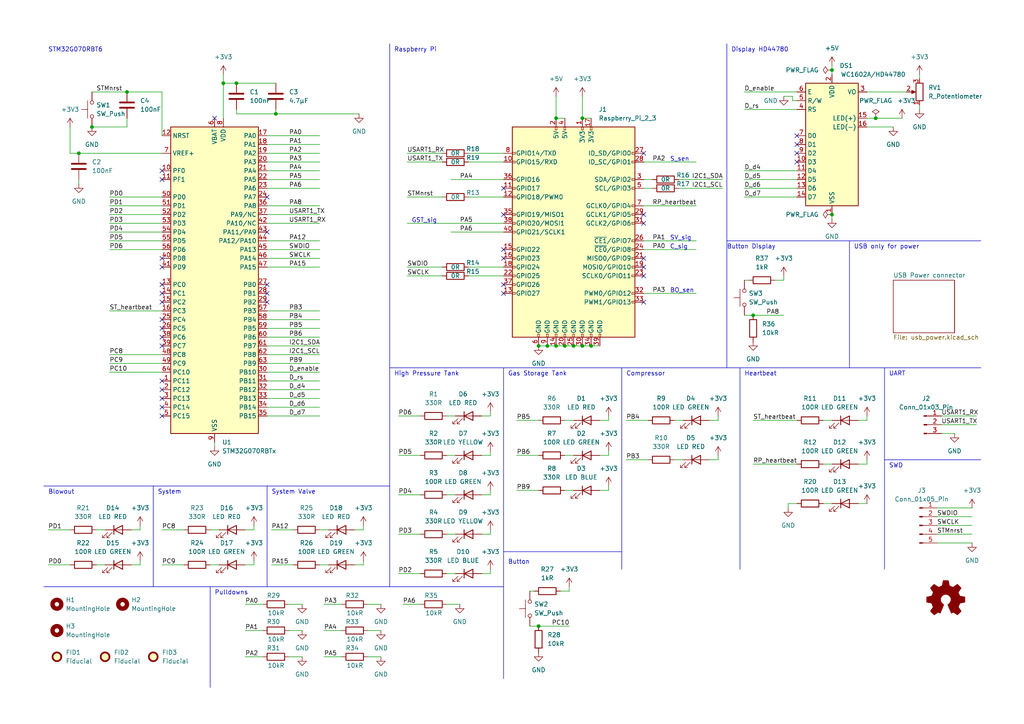
<source format=kicad_sch>
(kicad_sch (version 20231120) (generator "eeschema") (generator_version "8.0")
  (paper "A4")
  (junction (at 158.75 100.33))
  (junction (at 168.91 100.33))
  (junction (at 171.45 100.33))
  (junction (at 168.91 34.29))
  (junction (at 241.3 20.32))
  (junction (at 254 34.29))
  (junction (at 156.21 100.33))
  (junction (at 161.29 34.29))
  (junction (at 166.37 100.33))
  (junction (at 22.86 44.45))
  (junction (at 241.3 62.23))
  (junction (at 64.77 24.13))
  (junction (at 218.44 91.44))
  (junction (at 156.21 181.61))
  (junction (at 161.29 100.33))
  (junction (at 26.67 36.83))
  (junction (at 163.83 100.33))
  (junction (at 36.83 26.67))
  (junction (at 80.01 33.02))
  (junction (at 68.58 24.13))
  (no_connect (at 146.05 85.09))
  (no_connect (at 231.14 41.91))
  (no_connect (at 77.47 57.15))
  (no_connect (at 77.47 87.63))
  (no_connect (at 46.99 52.07))
  (no_connect (at 77.47 85.09))
  (no_connect (at 186.69 87.63))
  (no_connect (at 46.99 97.79))
  (no_connect (at 46.99 85.09))
  (no_connect (at 46.99 95.25))
  (no_connect (at 46.99 115.57))
  (no_connect (at 186.69 62.23))
  (no_connect (at 77.47 82.55))
  (no_connect (at 46.99 92.71))
  (no_connect (at 46.99 77.47))
  (no_connect (at 46.99 100.33))
  (no_connect (at 46.99 49.53))
  (no_connect (at 146.05 54.61))
  (no_connect (at 186.69 64.77))
  (no_connect (at 146.05 82.55))
  (no_connect (at 46.99 82.55))
  (no_connect (at 231.14 44.45))
  (no_connect (at 231.14 46.99))
  (no_connect (at 46.99 118.11))
  (no_connect (at 186.69 44.45))
  (no_connect (at 231.14 39.37))
  (no_connect (at 46.99 113.03))
  (no_connect (at 77.47 67.31))
  (no_connect (at 46.99 87.63))
  (no_connect (at 62.23 34.29))
  (no_connect (at 146.05 72.39))
  (no_connect (at 146.05 74.93))
  (no_connect (at 46.99 120.65))
  (no_connect (at 46.99 110.49))
  (no_connect (at 146.05 62.23))
  (no_connect (at 186.69 80.01))
  (no_connect (at 186.69 77.47))
  (no_connect (at 46.99 74.93))
  (no_connect (at 186.69 74.93))
  (wire (pts (xy 142.24 143.51) (xy 139.7 143.51)))
  (wire (pts (xy 118.11 57.15) (xy 128.27 57.15)))
  (wire (pts (xy 130.81 67.31) (xy 146.05 67.31)))
  (wire (pts (xy 129.54 154.94) (xy 132.08 154.94)))
  (wire (pts (xy 77.47 52.07) (xy 92.71 52.07)))
  (wire (pts (xy 77.47 54.61) (xy 92.71 54.61)))
  (wire (pts (xy 118.11 44.45) (xy 128.27 44.45)))
  (wire (pts (xy 77.47 39.37) (xy 92.71 39.37)))
  (wire (pts (xy 68.58 33.02) (xy 68.58 31.75)))
  (wire (pts (xy 46.99 153.67) (xy 53.34 153.67)))
  (wire (pts (xy 78.74 163.83) (xy 85.09 163.83)))
  (wire (pts (xy 83.82 190.5) (xy 87.63 190.5)))
  (wire (pts (xy 186.69 52.07) (xy 189.23 52.07)))
  (wire (pts (xy 142.24 153.67) (xy 142.24 154.94)))
  (wire (pts (xy 20.32 44.45) (xy 20.32 36.83)))
  (wire (pts (xy 80.01 33.02) (xy 68.58 33.02)))
  (wire (pts (xy 165.1 171.45) (xy 165.1 170.18)))
  (wire (pts (xy 92.71 163.83) (xy 95.25 163.83)))
  (wire (pts (xy 105.41 162.56) (xy 105.41 163.83)))
  (wire (pts (xy 115.57 120.65) (xy 121.92 120.65)))
  (wire (pts (xy 31.75 62.23) (xy 46.99 62.23)))
  (wire (pts (xy 93.98 190.5) (xy 99.06 190.5)))
  (wire (pts (xy 273.05 123.19) (xy 283.21 123.19)))
  (wire (pts (xy 71.12 190.5) (xy 76.2 190.5)))
  (wire (pts (xy 142.24 165.1) (xy 142.24 166.37)))
  (wire (pts (xy 195.58 133.35) (xy 198.12 133.35)))
  (wire (pts (xy 73.66 162.56) (xy 73.66 163.83)))
  (wire (pts (xy 168.91 100.33) (xy 171.45 100.33)))
  (polyline (pts (xy 210.82 69.85) (xy 284.48 69.85)))
  (wire (pts (xy 77.47 44.45) (xy 92.71 44.45)))
  (wire (pts (xy 153.67 181.61) (xy 156.21 181.61)))
  (wire (pts (xy 186.69 46.99) (xy 201.93 46.99)))
  (polyline (pts (xy 146.05 106.68) (xy 146.05 196.85)))
  (polyline (pts (xy 77.47 140.97) (xy 77.47 170.18)))
  (polyline (pts (xy 256.54 133.35) (xy 284.48 133.35)))
  (wire (pts (xy 40.64 163.83) (xy 38.1 163.83)))
  (wire (pts (xy 215.9 49.53) (xy 231.14 49.53)))
  (polyline (pts (xy 113.03 12.7) (xy 113.03 140.97)))
  (wire (pts (xy 251.46 133.35) (xy 251.46 134.62)))
  (polyline (pts (xy 113.03 140.97) (xy 113.03 170.18)))
  (wire (pts (xy 238.76 121.92) (xy 241.3 121.92)))
  (wire (pts (xy 142.24 132.08) (xy 139.7 132.08)))
  (wire (pts (xy 271.78 154.94) (xy 281.94 154.94)))
  (wire (pts (xy 36.83 36.83) (xy 36.83 34.29)))
  (wire (pts (xy 176.53 120.65) (xy 176.53 121.92)))
  (wire (pts (xy 77.47 120.65) (xy 92.71 120.65)))
  (wire (pts (xy 208.28 120.65) (xy 208.28 121.92)))
  (wire (pts (xy 83.82 175.26) (xy 87.63 175.26)))
  (wire (pts (xy 142.24 154.94) (xy 139.7 154.94)))
  (wire (pts (xy 77.47 118.11) (xy 92.71 118.11)))
  (wire (pts (xy 176.53 132.08) (xy 173.99 132.08)))
  (wire (pts (xy 129.54 175.26) (xy 133.35 175.26)))
  (wire (pts (xy 77.47 115.57) (xy 92.71 115.57)))
  (wire (pts (xy 163.83 132.08) (xy 166.37 132.08)))
  (wire (pts (xy 71.12 182.88) (xy 76.2 182.88)))
  (wire (pts (xy 77.47 72.39) (xy 92.71 72.39)))
  (wire (pts (xy 241.3 62.23) (xy 241.3 63.5)))
  (wire (pts (xy 251.46 120.65) (xy 251.46 121.92)))
  (wire (pts (xy 229.87 27.94) (xy 229.87 29.21)))
  (wire (pts (xy 142.24 166.37) (xy 139.7 166.37)))
  (wire (pts (xy 218.44 91.44) (xy 227.33 91.44)))
  (wire (pts (xy 40.64 153.67) (xy 38.1 153.67)))
  (wire (pts (xy 149.86 132.08) (xy 156.21 132.08)))
  (wire (pts (xy 105.41 163.83) (xy 102.87 163.83)))
  (wire (pts (xy 27.94 153.67) (xy 30.48 153.67)))
  (wire (pts (xy 163.83 100.33) (xy 166.37 100.33)))
  (wire (pts (xy 78.74 153.67) (xy 85.09 153.67)))
  (wire (pts (xy 115.57 132.08) (xy 121.92 132.08)))
  (wire (pts (xy 46.99 163.83) (xy 53.34 163.83)))
  (wire (pts (xy 251.46 121.92) (xy 248.92 121.92)))
  (wire (pts (xy 251.46 36.83) (xy 259.08 36.83)))
  (wire (pts (xy 186.69 54.61) (xy 189.23 54.61)))
  (wire (pts (xy 271.78 147.32) (xy 281.94 147.32)))
  (wire (pts (xy 271.78 157.48) (xy 281.94 157.48)))
  (wire (pts (xy 104.14 33.02) (xy 80.01 33.02)))
  (polyline (pts (xy 180.34 106.68) (xy 180.34 165.1)))
  (wire (pts (xy 186.69 69.85) (xy 201.93 69.85)))
  (wire (pts (xy 68.58 24.13) (xy 64.77 24.13)))
  (polyline (pts (xy 60.96 170.18) (xy 60.96 199.39)))
  (wire (pts (xy 208.28 121.92) (xy 205.74 121.92)))
  (wire (pts (xy 251.46 134.62) (xy 248.92 134.62)))
  (wire (pts (xy 156.21 181.61) (xy 165.1 181.61)))
  (wire (pts (xy 271.78 149.86) (xy 281.94 149.86)))
  (wire (pts (xy 171.45 100.33) (xy 173.99 100.33)))
  (wire (pts (xy 196.85 54.61) (xy 209.55 54.61)))
  (wire (pts (xy 149.86 142.24) (xy 156.21 142.24)))
  (wire (pts (xy 31.75 57.15) (xy 46.99 57.15)))
  (wire (pts (xy 208.28 132.08) (xy 208.28 133.35)))
  (wire (pts (xy 115.57 143.51) (xy 121.92 143.51)))
  (wire (pts (xy 135.89 77.47) (xy 146.05 77.47)))
  (wire (pts (xy 115.57 154.94) (xy 121.92 154.94)))
  (wire (pts (xy 26.67 36.83) (xy 36.83 36.83)))
  (wire (pts (xy 83.82 182.88) (xy 87.63 182.88)))
  (wire (pts (xy 135.89 80.01) (xy 146.05 80.01)))
  (wire (pts (xy 186.69 85.09) (xy 201.93 85.09)))
  (wire (pts (xy 77.47 46.99) (xy 92.71 46.99)))
  (wire (pts (xy 215.9 52.07) (xy 231.14 52.07)))
  (wire (pts (xy 105.41 153.67) (xy 102.87 153.67)))
  (wire (pts (xy 31.75 90.17) (xy 46.99 90.17)))
  (wire (pts (xy 229.87 29.21) (xy 231.14 29.21)))
  (wire (pts (xy 106.68 182.88) (xy 110.49 182.88)))
  (wire (pts (xy 77.47 100.33) (xy 92.71 100.33)))
  (wire (pts (xy 266.7 21.59) (xy 266.7 22.86)))
  (wire (pts (xy 196.85 52.07) (xy 209.55 52.07)))
  (wire (pts (xy 217.17 81.28) (xy 215.9 81.28)))
  (wire (pts (xy 73.66 152.4) (xy 73.66 153.67)))
  (wire (pts (xy 64.77 24.13) (xy 64.77 34.29)))
  (wire (pts (xy 77.47 102.87) (xy 92.71 102.87)))
  (wire (pts (xy 60.96 153.67) (xy 63.5 153.67)))
  (polyline (pts (xy 146.05 160.02) (xy 180.34 160.02)))
  (wire (pts (xy 271.78 152.4) (xy 281.94 152.4)))
  (polyline (pts (xy 214.63 106.68) (xy 214.63 165.1)))
  (wire (pts (xy 77.47 59.69) (xy 92.71 59.69)))
  (wire (pts (xy 163.83 142.24) (xy 166.37 142.24)))
  (wire (pts (xy 208.28 133.35) (xy 205.74 133.35)))
  (wire (pts (xy 142.24 119.38) (xy 142.24 120.65)))
  (wire (pts (xy 238.76 134.62) (xy 241.3 134.62)))
  (polyline (pts (xy 12.7 170.18) (xy 146.05 170.18)))
  (wire (pts (xy 77.47 69.85) (xy 92.71 69.85)))
  (wire (pts (xy 31.75 59.69) (xy 46.99 59.69)))
  (wire (pts (xy 64.77 24.13) (xy 64.77 21.59)))
  (wire (pts (xy 168.91 27.94) (xy 168.91 34.29)))
  (wire (pts (xy 248.92 146.05) (xy 251.46 146.05)))
  (wire (pts (xy 31.75 105.41) (xy 46.99 105.41)))
  (wire (pts (xy 77.47 92.71) (xy 92.71 92.71)))
  (wire (pts (xy 13.97 153.67) (xy 20.32 153.67)))
  (wire (pts (xy 135.89 44.45) (xy 146.05 44.45)))
  (wire (pts (xy 186.69 72.39) (xy 201.93 72.39)))
  (wire (pts (xy 215.9 57.15) (xy 231.14 57.15)))
  (wire (pts (xy 31.75 72.39) (xy 46.99 72.39)))
  (wire (pts (xy 77.47 105.41) (xy 92.71 105.41)))
  (wire (pts (xy 227.33 27.94) (xy 229.87 27.94)))
  (wire (pts (xy 161.29 100.33) (xy 163.83 100.33)))
  (wire (pts (xy 115.57 166.37) (xy 121.92 166.37)))
  (wire (pts (xy 218.44 134.62) (xy 231.14 134.62)))
  (wire (pts (xy 227.33 81.28) (xy 227.33 80.01)))
  (wire (pts (xy 106.68 190.5) (xy 110.49 190.5)))
  (wire (pts (xy 215.9 26.67) (xy 231.14 26.67)))
  (wire (pts (xy 77.47 95.25) (xy 92.71 95.25)))
  (wire (pts (xy 77.47 90.17) (xy 92.71 90.17)))
  (wire (pts (xy 77.47 41.91) (xy 92.71 41.91)))
  (wire (pts (xy 77.47 77.47) (xy 92.71 77.47)))
  (wire (pts (xy 77.47 64.77) (xy 92.71 64.77)))
  (wire (pts (xy 241.3 20.32) (xy 241.3 21.59)))
  (wire (pts (xy 77.47 49.53) (xy 92.71 49.53)))
  (polyline (pts (xy 113.03 106.68) (xy 284.48 106.68)))
  (wire (pts (xy 77.47 97.79) (xy 92.71 97.79)))
  (wire (pts (xy 71.12 175.26) (xy 76.2 175.26)))
  (wire (pts (xy 142.24 130.81) (xy 142.24 132.08)))
  (wire (pts (xy 46.99 39.37) (xy 46.99 26.67)))
  (wire (pts (xy 31.75 69.85) (xy 46.99 69.85)))
  (wire (pts (xy 166.37 100.33) (xy 168.91 100.33)))
  (wire (pts (xy 161.29 27.94) (xy 161.29 34.29)))
  (wire (pts (xy 92.71 153.67) (xy 95.25 153.67)))
  (wire (pts (xy 161.29 34.29) (xy 163.83 34.29)))
  (wire (pts (xy 251.46 34.29) (xy 254 34.29)))
  (wire (pts (xy 266.7 30.48) (xy 266.7 31.75)))
  (wire (pts (xy 215.9 54.61) (xy 231.14 54.61)))
  (polyline (pts (xy 44.45 140.97) (xy 44.45 170.18)))
  (wire (pts (xy 195.58 121.92) (xy 198.12 121.92)))
  (wire (pts (xy 73.66 163.83) (xy 71.12 163.83)))
  (wire (pts (xy 105.41 152.4) (xy 105.41 153.67)))
  (wire (pts (xy 176.53 130.81) (xy 176.53 132.08)))
  (wire (pts (xy 181.61 121.92) (xy 187.96 121.92)))
  (wire (pts (xy 118.11 64.77) (xy 146.05 64.77)))
  (wire (pts (xy 273.05 120.65) (xy 283.21 120.65)))
  (wire (pts (xy 118.11 80.01) (xy 128.27 80.01)))
  (wire (pts (xy 273.05 125.73) (xy 276.86 125.73)))
  (wire (pts (xy 251.46 26.67) (xy 262.89 26.67)))
  (wire (pts (xy 106.68 175.26) (xy 110.49 175.26)))
  (wire (pts (xy 80.01 31.75) (xy 80.01 33.02)))
  (wire (pts (xy 135.89 46.99) (xy 146.05 46.99)))
  (wire (pts (xy 215.9 91.44) (xy 218.44 91.44)))
  (wire (pts (xy 40.64 162.56) (xy 40.64 163.83)))
  (polyline (pts (xy 246.38 69.85) (xy 246.38 106.68)))
  (polyline (pts (xy 256.54 106.68) (xy 256.54 165.1)))
  (wire (pts (xy 36.83 26.67) (xy 46.99 26.67)))
  (wire (pts (xy 77.47 113.03) (xy 92.71 113.03)))
  (wire (pts (xy 163.83 121.92) (xy 166.37 121.92)))
  (wire (pts (xy 22.86 44.45) (xy 20.32 44.45)))
  (wire (pts (xy 31.75 67.31) (xy 46.99 67.31)))
  (wire (pts (xy 36.83 26.67) (xy 26.67 26.67)))
  (wire (pts (xy 142.24 120.65) (xy 139.7 120.65)))
  (wire (pts (xy 31.75 107.95) (xy 46.99 107.95)))
  (wire (pts (xy 116.84 175.26) (xy 121.92 175.26)))
  (wire (pts (xy 142.24 142.24) (xy 142.24 143.51)))
  (wire (pts (xy 27.94 163.83) (xy 30.48 163.83)))
  (wire (pts (xy 186.69 59.69) (xy 201.93 59.69)))
  (wire (pts (xy 168.91 34.29) (xy 171.45 34.29)))
  (wire (pts (xy 149.86 121.92) (xy 156.21 121.92)))
  (wire (pts (xy 158.75 100.33) (xy 161.29 100.33)))
  (wire (pts (xy 93.98 182.88) (xy 99.06 182.88)))
  (wire (pts (xy 156.21 100.33) (xy 158.75 100.33)))
  (wire (pts (xy 176.53 140.97) (xy 176.53 142.24)))
  (wire (pts (xy 60.96 163.83) (xy 63.5 163.83)))
  (wire (pts (xy 254 34.29) (xy 261.62 34.29)))
  (wire (pts (xy 77.47 62.23) (xy 92.71 62.23)))
  (wire (pts (xy 176.53 121.92) (xy 173.99 121.92)))
  (wire (pts (xy 129.54 132.08) (xy 132.08 132.08)))
  (wire (pts (xy 80.01 24.13) (xy 68.58 24.13)))
  (wire (pts (xy 22.86 52.07) (xy 22.86 53.34)))
  (wire (pts (xy 181.61 133.35) (xy 187.96 133.35)))
  (wire (pts (xy 130.81 52.07) (xy 146.05 52.07)))
  (wire (pts (xy 228.6 146.05) (xy 228.6 147.32)))
  (wire (pts (xy 22.86 44.45) (xy 46.99 44.45)))
  (wire (pts (xy 40.64 152.4) (xy 40.64 153.67)))
  (wire (pts (xy 224.79 81.28) (xy 227.33 81.28)))
  (wire (pts (xy 241.3 19.05) (xy 241.3 20.32)))
  (wire (pts (xy 31.75 64.77) (xy 46.99 64.77)))
  (wire (pts (xy 231.14 146.05) (xy 228.6 146.05)))
  (wire (pts (xy 31.75 102.87) (xy 46.99 102.87)))
  (wire (pts (xy 176.53 142.24) (xy 173.99 142.24)))
  (wire (pts (xy 218.44 121.92) (xy 231.14 121.92)))
  (wire (pts (xy 118.11 77.47) (xy 128.27 77.47)))
  (wire (pts (xy 129.54 120.65) (xy 132.08 120.65)))
  (wire (pts (xy 13.97 163.83) (xy 20.32 163.83)))
  (wire (pts (xy 162.56 171.45) (xy 165.1 171.45)))
  (wire (pts (xy 129.54 166.37) (xy 132.08 166.37)))
  (wire (pts (xy 215.9 31.75) (xy 231.14 31.75)))
  (wire (pts (xy 77.47 107.95) (xy 92.71 107.95)))
  (wire (pts (xy 154.94 171.45) (xy 153.67 171.45)))
  (wire (pts (xy 62.23 128.27) (xy 62.23 129.54)))
  (wire (pts (xy 241.3 146.05) (xy 238.76 146.05)))
  (wire (pts (xy 93.98 175.26) (xy 99.06 175.26)))
  (wire (pts (xy 77.47 110.49) (xy 92.71 110.49)))
  (wire (pts (xy 73.66 153.67) (xy 71.12 153.67)))
  (polyline (pts (xy 12.7 140.97) (xy 113.03 140.97)))
  (wire (pts (xy 129.54 143.51) (xy 132.08 143.51)))
  (wire (pts (xy 135.89 57.15) (xy 146.05 57.15)))
  (wire (pts (xy 118.11 46.99) (xy 128.27 46.99)))
  (polyline (pts (xy 210.82 12.7) (xy 210.82 106.68)))
  (wire (pts (xy 77.47 74.93) (xy 92.71 74.93)))
  (text "UART" (at 257.81 109.22 0) (effects (font (size 1.27 1.27)) (justify left bottom)))
  (text "Gas Storage Tank" (at 147.32 109.22 0) (effects (font (size 1.27 1.27)) (justify left bottom)))
  (text "System" (at 45.72 143.51 0) (effects (font (size 1.27 1.27)) (justify left bottom)))
  (text "High Pressure Tank" (at 114.3 109.22 0) (effects (font (size 1.27 1.27)) (justify left bottom)))
  (text "STM32G070RBT6" (at 13.97 15.24 0) (effects (font (size 1.27 1.27)) (justify left bottom)))
  (text "Heartbeat" (at 215.9 109.22 0) (effects (font (size 1.27 1.27)) (justify left bottom)))
  (text "System Valve" (at 78.74 143.51 0) (effects (font (size 1.27 1.27)) (justify left bottom)))
  (text "GST_sig" (at 119.38 64.77 0) (effects (font (size 1.27 1.27)) (justify left bottom)))
  (text "Button" (at 147.32 163.83 0) (effects (font (size 1.27 1.27)) (justify left bottom)))
  (text "SWD" (at 257.81 135.89 0) (effects (font (size 1.27 1.27)) (justify left bottom)))
  (text "Display HD44780" (at 212.09 15.24 0) (effects (font (size 1.27 1.27)) (justify left bottom)))
  (text "Pulldowns" (at 62.23 172.72 0) (effects (font (size 1.27 1.27)) (justify left bottom)))
  (text "Raspberry Pi" (at 114.3 15.24 0) (effects (font (size 1.27 1.27)) (justify left bottom)))
  (text "C_sig" (at 194.31 72.39 0) (effects (font (size 1.27 1.27)) (justify left bottom)))
  (text "SV_sig" (at 194.31 69.85 0) (effects (font (size 1.27 1.27)) (justify left bottom)))
  (text "S_sen" (at 194.31 46.99 0) (effects (font (size 1.27 1.27)) (justify left bottom)))
  (text "BO_sen" (at 194.31 85.09 0) (effects (font (size 1.27 1.27)) (justify left bottom)))
  (text "Button Display" (at 210.82 72.39 0) (effects (font (size 1.27 1.27)) (justify left bottom)))
  (text "USB only for power" (at 247.65 72.39 0) (effects (font (size 1.27 1.27)) (justify left bottom)))
  (text "Blowout" (at 13.97 143.51 0) (effects (font (size 1.27 1.27)) (justify left bottom)))
  (text "Compressor" (at 181.61 109.22 0) (effects (font (size 1.27 1.27)) (justify left bottom)))
  (label "PA8" (at 222.25 91.44 0))
  (label "PB6" (at 149.86 132.08 0))
  (label "PD3" (at 115.57 154.94 0))
  (label "SWCLK" (at 83.82 74.93 0))
  (label "PB6" (at 83.82 97.79 0))
  (label "SWDIO" (at 271.78 149.86 0))
  (label "PD1" (at 13.97 153.67 0))
  (label "D_d7" (at 83.82 120.65 0))
  (label "RP_heartbeat" (at 189.23 59.69 0))
  (label "PA12" (at 83.82 69.85 0))
  (label "D_rs" (at 215.9 31.75 0))
  (label "PC8" (at 46.99 153.67 0))
  (label "PA5" (at 93.98 190.5 0))
  (label "PC10" (at 160.02 181.61 0))
  (label "STMnrst" (at 271.78 154.94 0))
  (label "PD2" (at 31.75 62.23 0))
  (label "RP_heartbeat" (at 218.44 134.62 0))
  (label "PD6" (at 115.57 120.65 0))
  (label "USART1_RX" (at 273.05 120.65 0))
  (label "PD2" (at 115.57 166.37 0))
  (label "I2C1_SCL" (at 83.82 102.87 0))
  (label "STMnrst" (at 27.94 26.67 0))
  (label "PD0" (at 13.97 163.83 0))
  (label "PD6" (at 31.75 72.39 0))
  (label "ST_heartbeat" (at 31.75 90.17 0))
  (label "PA1" (at 189.23 69.85 0))
  (label "PA1" (at 71.12 182.88 0))
  (label "PA5" (at 133.35 64.77 0))
  (label "PB9" (at 149.86 142.24 0))
  (label "PA8" (at 83.82 59.69 0))
  (label "PD3" (at 31.75 64.77 0))
  (label "D_d7" (at 215.9 57.15 0))
  (label "D_enable" (at 215.9 26.67 0))
  (label "PA15" (at 83.82 77.47 0))
  (label "SWCLK" (at 118.11 80.01 0))
  (label "PA0" (at 71.12 175.26 0))
  (label "PC9" (at 31.75 105.41 0))
  (label "SWDIO" (at 118.11 77.47 0))
  (label "PB3" (at 83.82 90.17 0))
  (label "PA0" (at 83.82 39.37 0))
  (label "PB4" (at 181.61 121.92 0))
  (label "D_d6" (at 215.9 54.61 0))
  (label "PA3" (at 93.98 175.26 0))
  (label "PD5" (at 115.57 132.08 0))
  (label "PA4" (at 133.35 52.07 0))
  (label "D_d4" (at 83.82 113.03 0))
  (label "SWCLK" (at 271.78 152.4 0))
  (label "PA4" (at 93.98 182.88 0))
  (label "PD0" (at 31.75 57.15 0))
  (label "PB4" (at 83.82 92.71 0))
  (label "PB9" (at 83.82 105.41 0))
  (label "PB3" (at 181.61 133.35 0))
  (label "USART1_RX" (at 83.82 64.77 0))
  (label "PA0" (at 189.23 72.39 0))
  (label "I2C1_SDA" (at 200.66 52.07 0))
  (label "PA3" (at 83.82 46.99 0))
  (label "I2C1_SDA" (at 83.82 100.33 0))
  (label "PA6" (at 83.82 54.61 0))
  (label "PD4" (at 115.57 143.51 0))
  (label "PD4" (at 31.75 67.31 0))
  (label "PB5" (at 149.86 121.92 0))
  (label "PC10" (at 31.75 107.95 0))
  (label "PA12" (at 78.74 153.67 0))
  (label "PD1" (at 31.75 59.69 0))
  (label "PD5" (at 31.75 69.85 0))
  (label "PA2" (at 83.82 44.45 0))
  (label "PA15" (at 78.74 163.83 0))
  (label "PC8" (at 31.75 102.87 0))
  (label "STMnrst" (at 118.11 57.15 0))
  (label "PC9" (at 46.99 163.83 0))
  (label "PB5" (at 83.82 95.25 0))
  (label "USART1_TX" (at 83.82 62.23 0))
  (label "D_d5" (at 83.82 115.57 0))
  (label "PA1" (at 83.82 41.91 0))
  (label "USART1_TX" (at 118.11 46.99 0))
  (label "D_d4" (at 215.9 49.53 0))
  (label "ST_heartbeat" (at 218.44 121.92 0))
  (label "PA3" (at 189.23 85.09 0))
  (label "PA6" (at 133.35 67.31 0))
  (label "D_enable" (at 83.82 107.95 0))
  (label "D_rs" (at 83.82 110.49 0))
  (label "I2C1_SCL" (at 200.66 54.61 0))
  (label "D_d5" (at 215.9 52.07 0))
  (label "USART1_RX" (at 118.11 44.45 0))
  (label "USART1_TX" (at 273.05 123.19 0))
  (label "PA2" (at 189.23 46.99 0))
  (label "SWDIO" (at 83.82 72.39 0))
  (label "PA2" (at 71.12 190.5 0))
  (label "D_d6" (at 83.82 118.11 0))
  (label "PA4" (at 83.82 49.53 0))
  (label "PA6" (at 116.84 175.26 0))
  (label "PA5" (at 83.82 52.07 0))
  (symbol (lib_id "power:GND") (at 110.49 190.5 0) (mirror y) (unit 1)
    (property "Reference" "#PWR047" (effects (hide yes)))
    (property "Value" "GND" (at 110.49 195.58 0))
  )
  (symbol (lib_id "Device:R") (at 132.08 44.45 90) (unit 1)
    (property "Reference" "R18" (at 137.16 43.18 90))
    (property "Value" "0R" (at 132.08 44.45 90))
    (property "Footprint" "Resistor_SMD:R_0805_2012Metric_Pad1.20x1.40mm_HandSolder" (effects (hide yes)))
    (property "JLCPCB Part #" "C304192" (effects (hide yes)))
  )
  (symbol (lib_id "Device:R") (at 125.73 120.65 90) (unit 1)
    (property "Reference" "R1" (at 125.73 114.3 90))
    (property "Value" "330R" (at 125.73 116.84 90))
    (property "Footprint" "Resistor_SMD:R_0805_2012Metric_Pad1.20x1.40mm_HandSolder" (effects (hide yes)))
    (property "JLCPCB Part #" "C52548" (effects (hide yes)))
  )
  (symbol (lib_id "power:GND") (at 62.23 129.54 0) (unit 1)
    (property "Reference" "#PWR03" (effects (hide yes)))
    (property "Value" "GND" (at 62.23 134.62 0))
  )
  (symbol (lib_id "Device:R") (at 132.08 77.47 90) (unit 1)
    (property "Reference" "R14" (at 137.16 76.2 90))
    (property "Value" "0R" (at 132.08 77.47 90))
    (property "Footprint" "Resistor_SMD:R_0805_2012Metric_Pad1.20x1.40mm_HandSolder" (effects (hide yes)))
    (property "JLCPCB Part #" "C304192" (effects (hide yes)))
  )
  (symbol (lib_id "Device:R") (at 156.21 185.42 0) (unit 1)
    (property "Reference" "R28" (at 158.75 184.15 0) (effects (justify left)))
    (property "Value" "10kR" (at 158.75 186.69 0) (effects (justify left)))
    (property "Footprint" "Resistor_SMD:R_0805_2012Metric_Pad1.20x1.40mm_HandSolder" (effects (hide yes)))
    (property "JLCPCB Part #" "C17414" (effects (hide yes)))
  )
  (symbol (lib_id "Device:R") (at 88.9 153.67 90) (unit 1)
    (property "Reference" "R25" (at 88.9 147.32 90))
    (property "Value" "330R" (at 88.9 149.86 90))
    (property "Footprint" "Resistor_SMD:R_0805_2012Metric_Pad1.20x1.40mm_HandSolder" (effects (hide yes)))
    (property "JLCPCB Part #" "C52548" (effects (hide yes)))
  )
  (symbol (lib_id "power:+3V3") (at 266.7 21.59 0) (unit 1)
    (property "Reference" "#PWR026" (effects (hide yes)))
    (property "Value" "+3V3" (at 266.7 16.51 0))
  )
  (symbol (lib_id "power:GND") (at 87.63 190.5 0) (mirror y) (unit 1)
    (property "Reference" "#PWR044" (effects (hide yes)))
    (property "Value" "GND" (at 87.63 195.58 0))
  )
  (symbol (lib_id "power:+3V3") (at 176.53 120.65 0) (unit 1)
    (property "Reference" "#PWR017" (effects (hide yes)))
    (property "Value" "+3V3" (at 176.53 115.57 0))
  )
  (symbol (lib_id "Connector:Conn_01x05_Pin") (at 266.7 152.4 0) (unit 1)
    (property "Reference" "J3" (at 267.335 142.24 0))
    (property "Value" "Conn_01x05_Pin" (at 267.335 144.78 0))
    (property "Footprint" "Connector_PinHeader_2.54mm:PinHeader_1x05_P2.54mm_Vertical" (effects (hide yes)))
    (property "JLCPCB Part #" "C225480" (effects (hide yes)))
  )
  (symbol (lib_id "Device:R") (at 234.95 121.92 90) (unit 1)
    (property "Reference" "R11" (at 234.95 115.57 90))
    (property "Value" "100R" (at 234.95 118.11 90))
    (property "Footprint" "Resistor_SMD:R_0805_2012Metric_Pad1.20x1.40mm_HandSolder" (effects (hide yes)))
    (property "JLCPCB Part #" "C17408" (effects (hide yes)))
  )
  (symbol (lib_id "power:+3V3") (at 105.41 152.4 0) (unit 1)
    (property "Reference" "#PWR037" (effects (hide yes)))
    (property "Value" "+3V3" (at 105.41 147.32 0))
  )
  (symbol (lib_id "Device:R") (at 57.15 153.67 90) (unit 1)
    (property "Reference" "R23" (at 57.15 147.32 90))
    (property "Value" "330R" (at 57.15 149.86 90))
    (property "Footprint" "Resistor_SMD:R_0805_2012Metric_Pad1.20x1.40mm_HandSolder" (effects (hide yes)))
    (property "JLCPCB Part #" "C52548" (effects (hide yes)))
  )
  (symbol (lib_id "Device:C") (at 36.83 30.48 0) (unit 1)
    (property "Reference" "C4" (at 40.64 29.21 0) (effects (justify left)))
    (property "Value" "100nF" (at 40.64 31.75 0) (effects (justify left)))
    (property "Footprint" "Capacitor_SMD:C_0805_2012Metric_Pad1.18x1.45mm_HandSolder" (effects (hide yes)))
    (property "JLCPCB Part #" "C38141" (effects (hide yes)))
  )
  (symbol (lib_id "power:+3V3") (at 227.33 80.01 0) (unit 1)
    (property "Reference" "#PWR050" (effects (hide yes)))
    (property "Value" "+3V3" (at 227.33 74.93 0))
  )
  (symbol (lib_id "power:GND") (at 228.6 147.32 0) (unit 1)
    (property "Reference" "#PWR030" (effects (hide yes)))
    (property "Value" "GND" (at 228.6 152.4 0))
  )
  (symbol (lib_id "power:GND") (at 241.3 63.5 0) (unit 1)
    (property "Reference" "#PWR010" (effects (hide yes)))
    (property "Value" "GND" (at 241.3 68.58 0))
  )
  (symbol (lib_id "power:+3V3") (at 281.94 147.32 0) (unit 1)
    (property "Reference" "#PWR032" (effects (hide yes)))
    (property "Value" "+3V3" (at 281.94 142.24 0))
  )
  (symbol (lib_id "power:+3V3") (at 261.62 34.29 0) (unit 1)
    (property "Reference" "#PWR023" (effects (hide yes)))
    (property "Value" "+3V3" (at 262.89 29.21 0))
  )
  (symbol (lib_id "power:GND") (at 133.35 175.26 0) (mirror y) (unit 1)
    (property "Reference" "#PWR048" (effects (hide yes)))
    (property "Value" "GND" (at 133.35 180.34 0))
  )
  (symbol (lib_id "power:GND") (at 22.86 53.34 0) (unit 1)
    (property "Reference" "#PWR05" (effects (hide yes)))
    (property "Value" "GND" (at 22.86 58.42 0))
  )
  (symbol (lib_id "power:+3V3") (at 142.24 142.24 0) (unit 1)
    (property "Reference" "#PWR014" (effects (hide yes)))
    (property "Value" "+3V3" (at 142.24 137.16 0))
  )
  (symbol (lib_id "Device:R") (at 132.08 80.01 90) (unit 1)
    (property "Reference" "R15" (at 137.16 78.74 90))
    (property "Value" "0R" (at 132.08 80.01 90))
    (property "Footprint" "Resistor_SMD:R_0805_2012Metric_Pad1.20x1.40mm_HandSolder" (effects (hide yes)))
    (property "JLCPCB Part #" "C304192" (effects (hide yes)))
  )
  (symbol (lib_id "power:PWR_FLAG") (at 241.3 20.32 90) (unit 1)
    (property "Reference" "#FLG01" (effects (hide yes)))
    (property "Value" "PWR_FLAG" (at 237.49 20.32 90) (effects (justify left)))
  )
  (symbol (lib_id "Device:C") (at 68.58 27.94 0) (unit 1)
    (property "Reference" "C1" (at 72.39 26.67 0) (effects (justify left)))
    (property "Value" "100nF" (at 72.39 29.21 0) (effects (justify left)))
    (property "Footprint" "Capacitor_SMD:C_0805_2012Metric_Pad1.18x1.45mm_HandSolder" (effects (hide yes)))
    (property "JLCPCB Part #" "C38141" (effects (hide yes)))
  )
  (symbol (lib_id "Connector:Conn_01x03_Pin") (at 267.97 123.19 0) (unit 1)
    (property "Reference" "J2" (at 268.605 115.57 0))
    (property "Value" "Conn_01x03_Pin" (at 268.605 118.11 0))
    (property "Footprint" "Connector_PinHeader_2.54mm:PinHeader_1x03_P2.54mm_Vertical" (effects (hide yes)))
    (property "JLCPCB Part #" "C168677" (effects (hide yes)))
  )
  (symbol (lib_id "Device:R") (at 102.87 190.5 90) (unit 1)
    (property "Reference" "R34" (at 104.14 187.96 90) (effects (justify left)))
    (property "Value" "10kR" (at 105.41 193.04 90) (effects (justify left)))
    (property "Footprint" "Resistor_SMD:R_0805_2012Metric_Pad1.20x1.40mm_HandSolder" (effects (hide yes)))
    (property "JLCPCB Part #" "C17414" (effects (hide yes)))
  )
  (symbol (lib_id "Device:R") (at 125.73 132.08 90) (unit 1)
    (property "Reference" "R2" (at 125.73 125.73 90))
    (property "Value" "330R" (at 125.73 128.27 90))
    (property "Footprint" "Resistor_SMD:R_0805_2012Metric_Pad1.20x1.40mm_HandSolder" (effects (hide yes)))
    (property "JLCPCB Part #" "C52548" (effects (hide yes)))
  )
  (symbol (lib_id "Device:LED") (at 99.06 163.83 0) (unit 1)
    (property "Reference" "D19" (at 97.4725 157.48 0))
    (property "Value" "LED GREEN" (at 97.4725 160.02 0))
    (property "Footprint" "LED_SMD:LED_1210_3225Metric_Pad1.42x2.65mm_HandSolder" (effects (hide yes)))
    (property "JLCPCB Part #" "C434442" (effects (hide yes)))
  )
  (symbol (lib_id "Device:R") (at 193.04 52.07 90) (unit 1)
    (property "Reference" "R16" (at 198.12 50.8 90))
    (property "Value" "0R" (at 193.04 52.07 90))
    (property "Footprint" "Resistor_SMD:R_0805_2012Metric_Pad1.20x1.40mm_HandSolder" (effects (hide yes)))
    (property "JLCPCB Part #" "C304192" (effects (hide yes)))
  )
  (symbol (lib_id "power:GND") (at 26.67 36.83 0) (unit 1)
    (property "Reference" "#PWR07" (effects (hide yes)))
    (property "Value" "GND" (at 26.67 41.91 0))
  )
  (symbol (lib_id "power:GND") (at 87.63 182.88 0) (mirror y) (unit 1)
    (property "Reference" "#PWR043" (effects (hide yes)))
    (property "Value" "GND" (at 87.63 187.96 0))
  )
  (symbol (lib_id "Device:R") (at 220.98 81.28 270) (unit 1)
    (property "Reference" "R37" (at 220.98 74.93 90))
    (property "Value" "1kR" (at 220.98 77.47 90))
    (property "Footprint" "Resistor_SMD:R_0805_2012Metric_Pad1.20x1.40mm_HandSolder" (effects (hide yes)))
    (property "JLCPCB Part #" "C17513" (effects (hide yes)))
  )
  (symbol (lib_id "Device:LED") (at 201.93 133.35 0) (unit 1)
    (property "Reference" "D5" (at 200.3425 127 0))
    (property "Value" "LED RED" (at 200.3425 129.54 0))
    (property "Footprint" "LED_SMD:LED_1210_3225Metric_Pad1.42x2.65mm_HandSolder" (effects (hide yes)))
    (property "JLCPCB Part #" "C434438" (effects (hide yes)))
  )
  (symbol (lib_id "Device:R") (at 125.73 166.37 90) (unit 1)
    (property "Reference" "R5" (at 125.73 160.02 90))
    (property "Value" "330R" (at 125.73 162.56 90))
    (property "Footprint" "Resistor_SMD:R_0805_2012Metric_Pad1.20x1.40mm_HandSolder" (effects (hide yes)))
    (property "JLCPCB Part #" "C52548" (effects (hide yes)))
  )
  (symbol (lib_id "power:+3V3") (at 64.77 21.59 0) (unit 1)
    (property "Reference" "#PWR01" (effects (hide yes)))
    (property "Value" "+3V3" (at 64.77 16.51 0))
  )
  (symbol (lib_id "power:+3V3") (at 251.46 133.35 0) (unit 1)
    (property "Reference" "#PWR028" (effects (hide yes)))
    (property "Value" "+3V3" (at 251.46 128.27 0))
  )
  (symbol (lib_id "power:GND") (at 218.44 99.06 0) (unit 1)
    (property "Reference" "#PWR049" (effects (hide yes)))
    (property "Value" "GND" (at 218.44 104.14 0))
  )
  (symbol (lib_id "power:+3V3") (at 142.24 119.38 0) (unit 1)
    (property "Reference" "#PWR012" (effects (hide yes)))
    (property "Value" "+3V3" (at 142.24 114.3 0))
  )
  (symbol (lib_id "power:+5V") (at 241.3 19.05 0) (unit 1)
    (property "Reference" "#PWR09" (effects (hide yes)))
    (property "Value" "+5V" (at 241.3 13.97 0))
  )
  (symbol (lib_id "Switch:SW_Push") (at 153.67 176.53 90) (unit 1)
    (property "Reference" "SW2" (at 154.94 175.26 90) (effects (justify right)))
    (property "Value" "SW_Push" (at 154.94 177.8 90) (effects (justify right)))
    (property "Footprint" "Button_Switch_THT:SW_PUSH_6mm_H5mm" (effects (hide yes)))
    (property "JLCPCB Part #" "C428628" (effects (hide yes)))
  )
  (symbol (lib_id "Device:R") (at 80.01 175.26 90) (unit 1)
    (property "Reference" "R29" (at 81.28 172.72 90) (effects (justify left)))
    (property "Value" "10kR" (at 82.55 177.8 90) (effects (justify left)))
    (property "Footprint" "Resistor_SMD:R_0805_2012Metric_Pad1.20x1.40mm_HandSolder" (effects (hide yes)))
    (property "JLCPCB Part #" "C17414" (effects (hide yes)))
  )
  (symbol (lib_id "Switch:SW_Push") (at 26.67 31.75 90) (unit 1)
    (property "Reference" "SW1" (at 27.94 30.48 90) (effects (justify right)))
    (property "Value" "SW_Push" (at 27.94 33.02 90) (effects (justify right)))
    (property "Footprint" "Button_Switch_THT:SW_PUSH_6mm_H5mm" (effects (hide yes)))
    (property "JLCPCB Part #" "C428628" (effects (hide yes)))
  )
  (symbol (lib_id "Device:R") (at 57.15 163.83 90) (unit 1)
    (property "Reference" "R24" (at 57.15 157.48 90))
    (property "Value" "100R" (at 57.15 160.02 90))
    (property "Footprint" "Resistor_SMD:R_0805_2012Metric_Pad1.20x1.40mm_HandSolder" (effects (hide yes)))
    (property "JLCPCB Part #" "C17408" (effects (hide yes)))
  )
  (symbol (lib_id "Device:LED") (at 170.18 132.08 0) (unit 1)
    (property "Reference" "D2" (at 168.5925 125.73 0))
    (property "Value" "LED GREEN" (at 168.5925 128.27 0))
    (property "Footprint" "LED_SMD:LED_1210_3225Metric_Pad1.42x2.65mm_HandSolder" (effects (hide yes)))
    (property "JLCPCB Part #" "C434442" (effects (hide yes)))
  )
  (symbol (lib_id "Device:R") (at 24.13 153.67 90) (unit 1)
    (property "Reference" "R21" (at 24.13 147.32 90))
    (property "Value" "330R" (at 24.13 149.86 90))
    (property "Footprint" "Resistor_SMD:R_0805_2012Metric_Pad1.20x1.40mm_HandSolder" (effects (hide yes)))
    (property "JLCPCB Part #" "C52548" (effects (hide yes)))
  )
  (symbol (lib_id "Device:LED") (at 170.18 142.24 0) (unit 1)
    (property "Reference" "D3" (at 168.5925 135.89 0))
    (property "Value" "LED BLUE" (at 168.5925 138.43 0))
    (property "Footprint" "LED_SMD:LED_1210_3225Metric_Pad1.42x2.65mm_HandSolder" (effects (hide yes)))
    (property "JLCPCB Part #" "C434440" (effects (hide yes)))
  )
  (symbol (lib_id "Device:LED") (at 245.11 121.92 0) (unit 1)
    (property "Reference" "D11" (at 243.5225 115.57 0))
    (property "Value" "LED GREEN" (at 243.5225 118.11 0))
    (property "Footprint" "LED_SMD:LED_1210_3225Metric_Pad1.42x2.65mm_HandSolder" (effects (hide yes)))
    (property "JLCPCB Part #" "C434442" (effects (hide yes)))
  )
  (symbol (lib_id "Device:LED") (at 34.29 153.67 0) (unit 1)
    (property "Reference" "D14" (at 32.7025 147.32 0))
    (property "Value" "LED RED" (at 32.7025 149.86 0))
    (property "Footprint" "LED_SMD:LED_1210_3225Metric_Pad1.42x2.65mm_HandSolder" (effects (hide yes)))
    (property "JLCPCB Part #" "C434438" (effects (hide yes)))
  )
  (symbol (lib_id "Device:R") (at 191.77 133.35 90) (unit 1)
    (property "Reference" "R10" (at 191.77 127 90))
    (property "Value" "330R" (at 191.77 129.54 90))
    (property "Footprint" "Resistor_SMD:R_0805_2012Metric_Pad1.20x1.40mm_HandSolder" (effects (hide yes)))
    (property "JLCPCB Part #" "C52548" (effects (hide yes)))
  )
  (symbol (lib_id "Device:R") (at 193.04 54.61 90) (unit 1)
    (property "Reference" "R17" (at 198.12 53.34 90))
    (property "Value" "0R" (at 193.04 54.61 90))
    (property "Footprint" "Resistor_SMD:R_0805_2012Metric_Pad1.20x1.40mm_HandSolder" (effects (hide yes)))
    (property "JLCPCB Part #" "C304192" (effects (hide yes)))
  )
  (symbol (lib_id "Device:R") (at 102.87 182.88 90) (unit 1)
    (property "Reference" "R33" (at 104.14 180.34 90) (effects (justify left)))
    (property "Value" "10kR" (at 105.41 185.42 90) (effects (justify left)))
    (property "Footprint" "Resistor_SMD:R_0805_2012Metric_Pad1.20x1.40mm_HandSolder" (effects (hide yes)))
    (property "JLCPCB Part #" "C17414" (effects (hide yes)))
  )
  (symbol (lib_id "Graphic:Logo_Open_Hardware_Small") (at 274.32 173.99 0) (unit 1) (exclude_from_sim yes) (in_bom no) (on_board no)
    (property "Reference" "#SYM1" (effects (hide yes)))
    (property "Value" "Logo_Open_Hardware_Small" (effects (hide yes)))
    (property "Footprint" "Symbol:OSHW-Logo2_24.3x20mm_Copper" (effects (hide yes)))
  )
  (symbol (lib_id "power:GND") (at 227.33 27.94 0) (unit 1)
    (property "Reference" "#PWR024" (effects (hide yes)))
    (property "Value" "GND" (at 223.52 29.21 0))
  )
  (symbol (lib_id "power:+3V3") (at 176.53 130.81 0) (unit 1)
    (property "Reference" "#PWR018" (effects (hide yes)))
    (property "Value" "+3V3" (at 176.53 125.73 0))
  )
  (symbol (lib_id "Device:C") (at 80.01 27.94 0) (unit 1)
    (property "Reference" "C3" (at 83.82 26.67 0) (effects (justify left)))
    (property "Value" "4.7μF" (at 83.82 29.21 0) (effects (justify left)))
    (property "Footprint" "Capacitor_SMD:C_0805_2012Metric_Pad1.18x1.45mm_HandSolder" (effects (hide yes)))
    (property "JLCPCB Part #" "C1779" (effects (hide yes)))
  )
  (symbol (lib_id "Device:LED") (at 245.11 146.05 0) (unit 1)
    (property "Reference" "D13" (at 243.5225 139.7 0))
    (property "Value" "LED GREEN" (at 243.5225 142.24 0))
    (property "Footprint" "LED_SMD:LED_1210_3225Metric_Pad1.42x2.65mm_HandSolder" (effects (hide yes)))
    (property "JLCPCB Part #" "C434442" (effects (hide yes)))
  )
  (symbol (lib_id "Device:R") (at 218.44 95.25 0) (unit 1)
    (property "Reference" "R36" (at 220.98 93.98 0) (effects (justify left)))
    (property "Value" "10kR" (at 220.98 96.52 0) (effects (justify left)))
    (property "Footprint" "Resistor_SMD:R_0805_2012Metric_Pad1.20x1.40mm_HandSolder" (effects (hide yes)))
    (property "JLCPCB Part #" "C17414" (effects (hide yes)))
  )
  (symbol (lib_id "Device:LED") (at 135.89 132.08 0) (unit 1)
    (property "Reference" "D7" (at 134.3025 125.73 0))
    (property "Value" "LED YELLOW" (at 134.3025 128.27 0))
    (property "Footprint" "LED_SMD:LED_1210_3225Metric_Pad1.42x2.65mm_HandSolder" (effects (hide yes)))
    (property "JLCPCB Part #" "C434441" (effects (hide yes)))
  )
  (symbol (lib_id "Device:LED") (at 245.11 134.62 0) (unit 1)
    (property "Reference" "D12" (at 243.5225 128.27 0))
    (property "Value" "LED GREEN" (at 243.5225 130.81 0))
    (property "Footprint" "LED_SMD:LED_1210_3225Metric_Pad1.42x2.65mm_HandSolder" (effects (hide yes)))
    (property "JLCPCB Part #" "C434442" (effects (hide yes)))
  )
  (symbol (lib_id "Device:LED") (at 67.31 163.83 0) (unit 1)
    (property "Reference" "D17" (at 65.7225 157.48 0))
    (property "Value" "LED GREEN" (at 65.7225 160.02 0))
    (property "Footprint" "LED_SMD:LED_1210_3225Metric_Pad1.42x2.65mm_HandSolder" (effects (hide yes)))
    (property "JLCPCB Part #" "C434442" (effects (hide yes)))
  )
  (symbol (lib_id "power:+3V3") (at 168.91 27.94 0) (unit 1)
    (property "Reference" "#PWR06" (effects (hide yes)))
    (property "Value" "+3V3" (at 168.91 22.86 0))
  )
  (symbol (lib_name "Fiducial_1") (lib_id "Mechanical:Fiducial") (at 16.51 190.5 0) (unit 1) (in_bom no)
    (property "Reference" "FID1" (at 19.05 189.23 0) (effects (justify left)))
    (property "Value" "Fiducial" (at 19.05 191.77 0) (effects (justify left)))
    (property "Footprint" "Fiducial:Fiducial_1mm_Mask2mm" (effects (hide yes)))
  )
  (symbol (lib_id "power:+3V3") (at 208.28 132.08 0) (unit 1)
    (property "Reference" "#PWR021" (effects (hide yes)))
    (property "Value" "+3V3" (at 208.28 127 0))
  )
  (symbol (lib_id "Display_Character:WC1602A") (at 241.3 41.91 0) (unit 1)
    (property "Reference" "DS1" (at 243.4941 19.05 0) (effects (justify left)))
    (property "Value" "WC1602A/HD44780" (at 243.84 21.59 0) (effects (justify left)))
    (property "Footprint" "Display:WC1602A" (effects (hide yes)))
    (property "Datasheet" "http://www.wincomlcd.com/pdf/WC1602A-SFYLYHTC06.pdf" (effects (hide yes)))
    (property "JLCPCB Part #" "C5307341" (effects (hide yes)))
  )
  (symbol (lib_id "Device:R") (at 80.01 182.88 90) (unit 1)
    (property "Reference" "R30" (at 81.28 180.34 90) (effects (justify left)))
    (property "Value" "10kR" (at 82.55 185.42 90) (effects (justify left)))
    (property "Footprint" "Resistor_SMD:R_0805_2012Metric_Pad1.20x1.40mm_HandSolder" (effects (hide yes)))
    (property "JLCPCB Part #" "C17414" (effects (hide yes)))
  )
  (symbol (lib_id "power:GND") (at 110.49 182.88 0) (mirror y) (unit 1)
    (property "Reference" "#PWR046" (effects (hide yes)))
    (property "Value" "GND" (at 110.49 187.96 0))
  )
  (symbol (lib_id "Device:R") (at 160.02 142.24 90) (unit 1)
    (property "Reference" "R8" (at 160.02 135.89 90))
    (property "Value" "330R" (at 160.02 138.43 90))
    (property "Footprint" "Resistor_SMD:R_0805_2012Metric_Pad1.20x1.40mm_HandSolder" (effects (hide yes)))
    (property "JLCPCB Part #" "C52548" (effects (hide yes)))
  )
  (symbol (lib_id "Mechanical:MountingHole") (at 35.56 175.26 0) (unit 1) (in_bom no)
    (property "Reference" "H2" (at 38.1 173.99 0) (effects (justify left)))
    (property "Value" "MountingHole" (at 38.1 176.53 0) (effects (justify left)))
    (property "Footprint" "MountingHole:MountingHole_3.2mm_M3" (effects (hide yes)))
  )
  (symbol (lib_id "Device:C") (at 22.86 48.26 0) (unit 1)
    (property "Reference" "C2" (at 26.67 46.99 0) (effects (justify left)))
    (property "Value" "100nF" (at 26.67 49.53 0) (effects (justify left)))
    (property "Footprint" "Capacitor_SMD:C_0805_2012Metric_Pad1.18x1.45mm_HandSolder" (effects (hide yes)))
    (property "JLCPCB Part #" "C38141" (effects (hide yes)))
  )
  (symbol (lib_id "Device:LED") (at 135.89 120.65 0) (unit 1)
    (property "Reference" "D6" (at 134.3025 114.3 0))
    (property "Value" "LED RED" (at 134.3025 116.84 0))
    (property "Footprint" "LED_SMD:LED_1210_3225Metric_Pad1.42x2.65mm_HandSolder" (effects (hide yes)))
    (property "JLCPCB Part #" "C434438" (effects (hide yes)))
  )
  (symbol (lib_id "Mechanical:MountingHole") (at 16.51 175.26 0) (unit 1) (in_bom no)
    (property "Reference" "H1" (at 19.05 173.99 0) (effects (justify left)))
    (property "Value" "MountingHole" (at 19.05 176.53 0) (effects (justify left)))
    (property "Footprint" "MountingHole:MountingHole_3.2mm_M3" (effects (hide yes)))
  )
  (symbol (lib_id "power:PWR_FLAG") (at 254 34.29 0) (unit 1)
    (property "Reference" "#FLG03" (effects (hide yes)))
    (property "Value" "PWR_FLAG" (at 254 29.21 0))
  )
  (symbol (lib_id "Device:LED") (at 135.89 154.94 0) (unit 1)
    (property "Reference" "D9" (at 134.3025 148.59 0))
    (property "Value" "LED YELLOW" (at 134.3025 151.13 0))
    (property "Footprint" "LED_SMD:LED_1210_3225Metric_Pad1.42x2.65mm_HandSolder" (effects (hide yes)))
    (property "JLCPCB Part #" "C434441" (effects (hide yes)))
  )
  (symbol (lib_id "Device:R") (at 102.87 175.26 90) (unit 1)
    (property "Reference" "R32" (at 104.14 172.72 90) (effects (justify left)))
    (property "Value" "10kR" (at 105.41 177.8 90) (effects (justify left)))
    (property "Footprint" "Resistor_SMD:R_0805_2012Metric_Pad1.20x1.40mm_HandSolder" (effects (hide yes)))
    (property "JLCPCB Part #" "C17414" (effects (hide yes)))
  )
  (symbol (lib_id "Device:R") (at 125.73 143.51 90) (unit 1)
    (property "Reference" "R3" (at 125.73 137.16 90))
    (property "Value" "100R" (at 125.73 139.7 90))
    (property "Footprint" "Resistor_SMD:R_0805_2012Metric_Pad1.20x1.40mm_HandSolder" (effects (hide yes)))
    (property "JLCPCB Part #" "C17408" (effects (hide yes)))
  )
  (symbol (lib_id "power:PWR_FLAG") (at 241.3 62.23 90) (unit 1)
    (property "Reference" "#FLG02" (effects (hide yes)))
    (property "Value" "PWR_FLAG" (at 237.49 62.23 90) (effects (justify left)))
  )
  (symbol (lib_id "power:GND") (at 156.21 100.33 0) (unit 1)
    (property "Reference" "#PWR08" (effects (hide yes)))
    (property "Value" "GND" (at 156.21 105.41 0))
  )
  (symbol (lib_id "Device:LED") (at 99.06 153.67 0) (unit 1)
    (property "Reference" "D18" (at 97.4725 147.32 0))
    (property "Value" "LED RED" (at 97.4725 149.86 0))
    (property "Footprint" "LED_SMD:LED_1210_3225Metric_Pad1.42x2.65mm_HandSolder" (effects (hide yes)))
    (property "JLCPCB Part #" "C434438" (effects (hide yes)))
  )
  (symbol (lib_id "power:GND") (at 156.21 189.23 0) (unit 1)
    (property "Reference" "#PWR041" (effects (hide yes)))
    (property "Value" "GND" (at 156.21 194.31 0))
  )
  (symbol (lib_id "power:+3V3") (at 73.66 162.56 0) (unit 1)
    (property "Reference" "#PWR036" (effects (hide yes)))
    (property "Value" "+3V3" (at 73.66 157.48 0))
  )
  (symbol (lib_id "power:+3V3") (at 142.24 130.81 0) (unit 1)
    (property "Reference" "#PWR013" (effects (hide yes)))
    (property "Value" "+3V3" (at 142.24 125.73 0))
  )
  (symbol (lib_id "Device:R") (at 125.73 175.26 90) (unit 1)
    (property "Reference" "R35" (at 127 172.72 90) (effects (justify left)))
    (property "Value" "10kR" (at 128.27 177.8 90) (effects (justify left)))
    (property "Footprint" "Resistor_SMD:R_0805_2012Metric_Pad1.20x1.40mm_HandSolder" (effects (hide yes)))
    (property "JLCPCB Part #" "C17414" (effects (hide yes)))
  )
  (symbol (lib_id "Device:LED") (at 170.18 121.92 0) (unit 1)
    (property "Reference" "D1" (at 168.5925 115.57 0))
    (property "Value" "LED RED" (at 168.5925 118.11 0))
    (property "Footprint" "LED_SMD:LED_1210_3225Metric_Pad1.42x2.65mm_HandSolder" (effects (hide yes)))
    (property "JLCPCB Part #" "C434438" (effects (hide yes)))
  )
  (symbol (lib_id "power:+3V3") (at 105.41 162.56 0) (unit 1)
    (property "Reference" "#PWR038" (effects (hide yes)))
    (property "Value" "+3V3" (at 105.41 157.48 0))
  )
  (symbol (lib_id "power:GND") (at 281.94 157.48 0) (unit 1)
    (property "Reference" "#PWR031" (effects (hide yes)))
    (property "Value" "GND" (at 281.94 162.56 0))
  )
  (symbol (lib_id "power:+3V3") (at 251.46 120.65 0) (unit 1)
    (property "Reference" "#PWR027" (effects (hide yes)))
    (property "Value" "+3V3" (at 251.46 115.57 0))
  )
  (symbol (lib_id "Device:R_Potentiometer") (at 266.7 26.67 180) (unit 1)
    (property "Reference" "RV1" (at 269.24 25.4 0) (effects (justify right)))
    (property "Value" "R_Potentiometer" (at 269.24 27.94 0) (effects (justify right)))
    (property "Footprint" "Potentiometer_SMD:Potentiometer_Bourns_3314J_Vertical" (effects (hide yes)))
    (property "JLCPCB Part #" "C36376" (effects (hide yes)))
  )
  (symbol (lib_id "Device:LED") (at 135.89 143.51 0) (unit 1)
    (property "Reference" "D8" (at 134.3025 137.16 0))
    (property "Value" "LED GREEN" (at 134.3025 139.7 0))
    (property "Footprint" "LED_SMD:LED_1210_3225Metric_Pad1.42x2.65mm_HandSolder" (effects (hide yes)))
    (property "JLCPCB Part #" "C434442" (effects (hide yes)))
  )
  (symbol (lib_id "Device:R") (at 125.73 154.94 90) (unit 1)
    (property "Reference" "R4" (at 125.73 148.59 90))
    (property "Value" "330R" (at 125.73 151.13 90))
    (property "Footprint" "Resistor_SMD:R_0805_2012Metric_Pad1.20x1.40mm_HandSolder" (effects (hide yes)))
    (property "JLCPCB Part #" "C52548" (effects (hide yes)))
  )
  (symbol (lib_id "power:GND") (at 266.7 31.75 0) (unit 1)
    (property "Reference" "#PWR025" (effects (hide yes)))
    (property "Value" "GND" (at 266.7 36.83 0))
  )
  (symbol (lib_id "power:+3V3") (at 20.32 36.83 0) (unit 1)
    (property "Reference" "#PWR04" (effects (hide yes)))
    (property "Value" "+3V3" (at 20.32 31.75 0))
  )
  (symbol (lib_id "Connector:Raspberry_Pi_2_3") (at 166.37 67.31 0) (unit 1)
    (property "Reference" "J1" (at 173.6441 31.75 0) (effects (justify left)))
    (property "Value" "Raspberry_Pi_2_3" (at 173.6441 34.29 0) (effects (justify left)))
    (property "Footprint" "Module:Raspberry_Pi_Zero_Socketed_THT_FaceDown_MountingHoles" (effects (hide yes)))
    (property "Datasheet" "https://www.raspberrypi.org/documentation/hardware/raspberrypi/schematics/rpi_SCH_3bplus_1p0_reduced.pdf" (effects (hide yes)))
    (property "JLCPCB Part #" "C5224014" (effects (hide yes)))
  )
  (symbol (lib_id "power:GND") (at 87.63 175.26 0) (mirror y) (unit 1)
    (property "Reference" "#PWR042" (effects (hide yes)))
    (property "Value" "GND" (at 87.63 180.34 0))
  )
  (symbol (lib_id "power:GND") (at 110.49 175.26 0) (mirror y) (unit 1)
    (property "Reference" "#PWR045" (effects (hide yes)))
    (property "Value" "GND" (at 110.49 180.34 0))
  )
  (symbol (lib_id "Device:R") (at 88.9 163.83 90) (unit 1)
    (property "Reference" "R26" (at 88.9 157.48 90))
    (property "Value" "100R" (at 88.9 160.02 90))
    (property "Footprint" "Resistor_SMD:R_0805_2012Metric_Pad1.20x1.40mm_HandSolder" (effects (hide yes)))
    (property "JLCPCB Part #" "C17408" (effects (hide yes)))
  )
  (symbol (lib_id "power:+3V3") (at 142.24 165.1 0) (unit 1)
    (property "Reference" "#PWR016" (effects (hide yes)))
    (property "Value" "+3V3" (at 142.24 160.02 0))
  )
  (symbol (lib_id "Device:LED") (at 34.29 163.83 0) (unit 1)
    (property "Reference" "D15" (at 32.7025 157.48 0))
    (property "Value" "LED GREEN" (at 32.7025 160.02 0))
    (property "Footprint" "LED_SMD:LED_1210_3225Metric_Pad1.42x2.65mm_HandSolder" (effects (hide yes)))
    (property "JLCPCB Part #" "C434442" (effects (hide yes)))
  )
  (symbol (lib_id "Device:R") (at 132.08 57.15 90) (unit 1)
    (property "Reference" "R13" (at 137.16 55.88 90))
    (property "Value" "0R" (at 132.08 57.15 90))
    (property "Footprint" "Resistor_SMD:R_0805_2012Metric_Pad1.20x1.40mm_HandSolder" (effects (hide yes)))
    (property "JLCPCB Part #" "C304192" (effects (hide yes)))
  )
  (symbol (lib_id "Device:R") (at 132.08 46.99 90) (unit 1)
    (property "Reference" "R19" (at 137.16 45.72 90))
    (property "Value" "0R" (at 132.08 46.99 90))
    (property "Footprint" "Resistor_SMD:R_0805_2012Metric_Pad1.20x1.40mm_HandSolder" (effects (hide yes)))
    (property "JLCPCB Part #" "C304192" (effects (hide yes)))
  )
  (symbol (lib_id "power:+3V3") (at 142.24 153.67 0) (unit 1)
    (property "Reference" "#PWR015" (effects (hide yes)))
    (property "Value" "+3V3" (at 142.24 148.59 0))
  )
  (symbol (lib_id "power:+3V3") (at 73.66 152.4 0) (unit 1)
    (property "Reference" "#PWR035" (effects (hide yes)))
    (property "Value" "+3V3" (at 73.66 147.32 0))
  )
  (symbol (lib_id "power:GND") (at 104.14 33.02 0) (unit 1)
    (property "Reference" "#PWR02" (effects (hide yes)))
    (property "Value" "GND" (at 104.14 38.1 0))
  )
  (symbol (lib_id "Device:R") (at 160.02 132.08 90) (unit 1)
    (property "Reference" "R7" (at 160.02 125.73 90))
    (property "Value" "100R" (at 160.02 128.27 90))
    (property "Footprint" "Resistor_SMD:R_0805_2012Metric_Pad1.20x1.40mm_HandSolder" (effects (hide yes)))
    (property "JLCPCB Part #" "C17408" (effects (hide yes)))
  )
  (symbol (lib_id "power:+3V3") (at 208.28 120.65 0) (unit 1)
    (property "Reference" "#PWR020" (effects (hide yes)))
    (property "Value" "+3V3" (at 208.28 115.57 0))
  )
  (symbol (lib_id "power:+3V3") (at 40.64 152.4 0) (unit 1)
    (property "Reference" "#PWR033" (effects (hide yes)))
    (property "Value" "+3V3" (at 40.64 147.32 0))
  )
  (symbol (lib_id "power:+3V3") (at 251.46 146.05 0) (unit 1)
    (property "Reference" "#PWR011" (effects (hide yes)))
    (property "Value" "+3V3" (at 251.46 140.97 0))
  )
  (symbol (lib_id "power:+3V3") (at 165.1 170.18 0) (unit 1)
    (property "Reference" "#PWR039" (effects (hide yes)))
    (property "Value" "+3V3" (at 165.1 165.1 0))
  )
  (symbol (lib_id "power:+5V") (at 161.29 27.94 0) (unit 1)
    (property "Reference" "#PWR040" (effects (hide yes)))
    (property "Value" "+5V" (at 161.29 22.86 0))
  )
  (symbol (lib_id "power:GND") (at 259.08 36.83 0) (unit 1)
    (property "Reference" "#PWR022" (effects (hide yes)))
    (property "Value" "GND" (at 259.08 41.91 0))
  )
  (symbol (lib_id "Device:LED") (at 67.31 153.67 0) (unit 1)
    (property "Reference" "D16" (at 65.7225 147.32 0))
    (property "Value" "LED RED" (at 65.7225 149.86 0))
    (property "Footprint" "LED_SMD:LED_1210_3225Metric_Pad1.42x2.65mm_HandSolder" (effects (hide yes)))
    (property "JLCPCB Part #" "C434438" (effects (hide yes)))
  )
  (symbol (lib_id "Device:R") (at 24.13 163.83 90) (unit 1)
    (property "Reference" "R22" (at 24.13 157.48 90))
    (property "Value" "100R" (at 24.13 160.02 90))
    (property "Footprint" "Resistor_SMD:R_0805_2012Metric_Pad1.20x1.40mm_HandSolder" (effects (hide yes)))
    (property "JLCPCB Part #" "C17408" (effects (hide yes)))
  )
  (symbol (lib_id "MCU_ST_STM32G0:STM32G070RBTx") (at 62.23 82.55 0) (unit 1)
    (property "Reference" "U1" (at 64.4241 128.27 0) (effects (justify left)))
    (property "Value" "STM32G070RBTx" (at 64.4241 130.81 0) (effects (justify left)))
    (property "Footprint" "Package_QFP:LQFP-64_10x10mm_P0.5mm" (effects (hide yes)))
    (property "Datasheet" "https://www.st.com/resource/en/datasheet/stm32g070rb.pdf" (effects (hide yes)))
    (property "JLCPCB Part #" "C529340" (effects (hide yes)))
  )
  (symbol (lib_id "Device:R") (at 234.95 146.05 90) (unit 1)
    (property "Reference" "R20" (at 234.95 139.7 90))
    (property "Value" "100R" (at 234.95 142.24 90))
    (property "Footprint" "Resistor_SMD:R_0805_2012Metric_Pad1.20x1.40mm_HandSolder" (effects (hide yes)))
    (property "JLCPCB Part #" "C17408" (effects (hide yes)))
  )
  (symbol (lib_id "Device:R") (at 80.01 190.5 90) (unit 1)
    (property "Reference" "R31" (at 81.28 187.96 90) (effects (justify left)))
    (property "Value" "10kR" (at 82.55 193.04 90) (effects (justify left)))
    (property "Footprint" "Resistor_SMD:R_0805_2012Metric_Pad1.20x1.40mm_HandSolder" (effects (hide yes)))
    (property "JLCPCB Part #" "C17414" (effects (hide yes)))
  )
  (symbol (lib_id "power:+3V3") (at 176.53 140.97 0) (unit 1)
    (property "Reference" "#PWR019" (effects (hide yes)))
    (property "Value" "+3V3" (at 176.53 135.89 0))
  )
  (symbol (lib_id "Device:R") (at 160.02 121.92 90) (unit 1)
    (property "Reference" "R6" (at 160.02 115.57 90))
    (property "Value" "330R" (at 160.02 118.11 90))
    (property "Footprint" "Resistor_SMD:R_0805_2012Metric_Pad1.20x1.40mm_HandSolder" (effects (hide yes)))
    (property "JLCPCB Part #" "C52548" (effects (hide yes)))
  )
  (symbol (lib_id "Device:R") (at 191.77 121.92 90) (unit 1)
    (property "Reference" "R9" (at 191.77 115.57 90))
    (property "Value" "100R" (at 191.77 118.11 90))
    (property "Footprint" "Resistor_SMD:R_0805_2012Metric_Pad1.20x1.40mm_HandSolder" (effects (hide yes)))
    (property "JLCPCB Part #" "C17408" (effects (hide yes)))
  )
  (symbol (lib_id "Switch:SW_Push") (at 215.9 86.36 90) (unit 1)
    (property "Reference" "SW3" (at 217.17 85.09 90) (effects (justify right)))
    (property "Value" "SW_Push" (at 217.17 87.63 90) (effects (justify right)))
    (property "Footprint" "Button_Switch_THT:SW_PUSH_6mm_H5mm" (effects (hide yes)))
    (property "JLCPCB Part #" "C428628" (effects (hide yes)))
  )
  (symbol (lib_id "Device:LED") (at 201.93 121.92 0) (unit 1)
    (property "Reference" "D4" (at 200.3425 115.57 0))
    (property "Value" "LED GREEN" (at 200.3425 118.11 0))
    (property "Footprint" "LED_SMD:LED_1210_3225Metric_Pad1.42x2.65mm_HandSolder" (effects (hide yes)))
    (property "JLCPCB Part #" "C434442" (effects (hide yes)))
  )
  (symbol (lib_id "power:+3V3") (at 40.64 162.56 0) (unit 1)
    (property "Reference" "#PWR034" (effects (hide yes)))
    (property "Value" "+3V3" (at 40.64 157.48 0))
  )
  (symbol (lib_id "Device:LED") (at 135.89 166.37 0) (unit 1)
    (property "Reference" "D10" (at 134.3025 160.02 0))
    (property "Value" "LED BLUE" (at 134.3025 162.56 0))
    (property "Footprint" "LED_SMD:LED_1210_3225Metric_Pad1.42x2.65mm_HandSolder" (effects (hide yes)))
    (property "JLCPCB Part #" "C434440" (effects (hide yes)))
  )
  (symbol (lib_id "Mechanical:MountingHole") (at 16.51 182.88 0) (unit 1) (in_bom no)
    (property "Reference" "H3" (at 19.05 181.61 0) (effects (justify left)))
    (property "Value" "MountingHole" (at 19.05 184.15 0) (effects (justify left)))
    (property "Footprint" "MountingHole:MountingHole_3.2mm_M3" (effects (hide yes)))
  )
  (symbol (lib_id "Device:R") (at 234.95 134.62 90) (unit 1)
    (property "Reference" "R12" (at 234.95 128.27 90))
    (property "Value" "100R" (at 234.95 130.81 90))
    (property "Footprint" "Resistor_SMD:R_0805_2012Metric_Pad1.20x1.40mm_HandSolder" (effects (hide yes)))
    (property "JLCPCB Part #" "C17408" (effects (hide yes)))
  )
  (symbol (lib_id "power:GND") (at 276.86 125.73 0) (unit 1)
    (property "Reference" "#PWR029" (effects (hide yes)))
    (property "Value" "GND" (at 276.86 130.81 0))
  )
  (symbol (lib_id "Mechanical:Fiducial") (at 44.45 190.5 0) (unit 1) (in_bom no)
    (property "Reference" "FID3" (at 46.99 189.23 0) (effects (justify left)))
    (property "Value" "Fiducial" (at 46.99 191.77 0) (effects (justify left)))
    (property "Footprint" "Fiducial:Fiducial_1mm_Mask2mm" (effects (hide yes)))
  )
  (symbol (lib_id "Device:R") (at 158.75 171.45 270) (unit 1)
    (property "Reference" "R27" (at 158.75 165.1 90))
    (property "Value" "1kR" (at 158.75 167.64 90))
    (property "Footprint" "Resistor_SMD:R_0805_2012Metric_Pad1.20x1.40mm_HandSolder" (effects (hide yes)))
    (property "JLCPCB Part #" "C17513" (effects (hide yes)))
  )
  (symbol (lib_name "Fiducial_2") (lib_id "Mechanical:Fiducial") (at 30.48 190.5 0) (unit 1) (in_bom no)
    (property "Reference" "FID2" (at 33.02 189.23 0) (effects (justify left)))
    (property "Value" "Fiducial" (at 33.02 191.77 0) (effects (justify left)))
    (property "Footprint" "Fiducial:Fiducial_1mm_Mask2mm" (effects (hide yes)))
  )
  (sheet (at 259.08 81.28) (size 17.78 15.24) (stroke (width 0.1524))
    (property "Sheetname" "USB Power connector" (at 259.08 80.5684 0) (effects (justify left bottom)))
    (property "Sheetfile" "usb_power.kicad_sch" (at 259.08 97.1046 0) (effects (justify left top)))
  )
)
</source>
